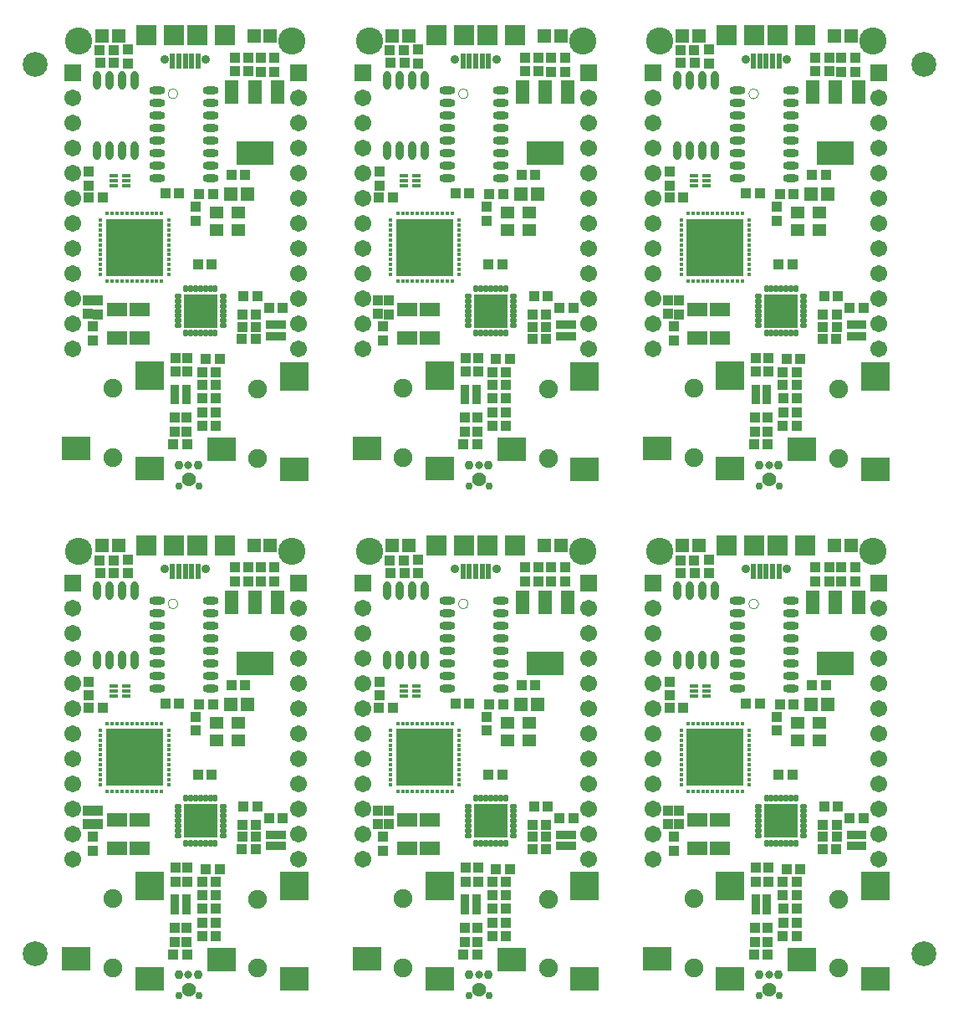
<source format=gts>
G04*
G04 #@! TF.GenerationSoftware,Altium Limited,Altium Designer,19.0.10 (269)*
G04*
G04 Layer_Color=8388736*
%FSLAX25Y25*%
%MOIN*%
G70*
G01*
G75*
%ADD52C,0.00394*%
%ADD53R,0.05524X0.04540*%
%ADD54R,0.03556X0.01981*%
%ADD55R,0.01981X0.03556*%
%ADD56R,0.03950X0.04343*%
%ADD57R,0.04343X0.03950*%
%ADD58C,0.03647*%
%ADD59C,0.03209*%
%ADD60C,0.03013*%
%ADD61R,0.13792X0.13792*%
%ADD62O,0.02769X0.02178*%
%ADD63O,0.02178X0.02769*%
%ADD64R,0.11824X0.09461*%
%ADD65R,0.11824X0.11824*%
%ADD66O,0.03162X0.07493*%
%ADD67R,0.05800X0.05800*%
%ADD68O,0.06312X0.03162*%
%ADD69R,0.14973X0.09461*%
%ADD70R,0.05600X0.09600*%
%ADD71R,0.03740X0.01496*%
%ADD72R,0.02375X0.06115*%
%ADD73R,0.07887X0.08280*%
%ADD74R,0.08280X0.08280*%
%ADD75R,0.07887X0.05721*%
G04:AMPARAMS|DCode=76|XSize=224.53mil|YSize=224.53mil|CornerRadius=0mil|HoleSize=0mil|Usage=FLASHONLY|Rotation=0.000|XOffset=0mil|YOffset=0mil|HoleType=Round|Shape=RoundedRectangle|*
%AMROUNDEDRECTD76*
21,1,0.22453,0.22453,0,0,0.0*
21,1,0.22453,0.22453,0,0,0.0*
1,1,0.00000,0.11227,-0.11227*
1,1,0.00000,-0.11227,-0.11227*
1,1,0.00000,-0.11227,0.11227*
1,1,0.00000,0.11227,0.11227*
%
%ADD76ROUNDEDRECTD76*%
%ADD77C,0.01784*%
%ADD78C,0.09937*%
%ADD79C,0.05622*%
%ADD80C,0.06706*%
%ADD81R,0.06706X0.06706*%
%ADD82C,0.07493*%
%ADD83C,0.03556*%
%ADD84C,0.10800*%
D52*
X174967Y257467D02*
G03*
X174967Y257467I-1969J0D01*
G01*
X290715D02*
G03*
X290715Y257467I-1969J0D01*
G01*
X406463D02*
G03*
X406463Y257467I-1969J0D01*
G01*
X174967Y460715D02*
G03*
X174967Y460715I-1969J0D01*
G01*
X290715D02*
G03*
X290715Y460715I-1969J0D01*
G01*
X406463D02*
G03*
X406463Y460715I-1969J0D01*
G01*
D53*
X199130Y203264D02*
D03*
X190468D02*
D03*
Y210154D02*
D03*
X199130D02*
D03*
X314878Y203264D02*
D03*
X306216D02*
D03*
Y210154D02*
D03*
X314878D02*
D03*
X430626Y203264D02*
D03*
X421964D02*
D03*
Y210154D02*
D03*
X430626D02*
D03*
X199130Y406512D02*
D03*
X190468D02*
D03*
Y413402D02*
D03*
X199130D02*
D03*
X314878Y406512D02*
D03*
X306216D02*
D03*
Y413402D02*
D03*
X314878D02*
D03*
X430626Y406512D02*
D03*
X421964D02*
D03*
Y413402D02*
D03*
X430626D02*
D03*
D54*
X178284Y140662D02*
D03*
Y138694D02*
D03*
Y136725D02*
D03*
Y134757D02*
D03*
X173756D02*
D03*
Y136725D02*
D03*
Y138694D02*
D03*
Y140662D02*
D03*
X294032D02*
D03*
Y138694D02*
D03*
Y136725D02*
D03*
Y134757D02*
D03*
X289504D02*
D03*
Y136725D02*
D03*
Y138694D02*
D03*
Y140662D02*
D03*
X409780D02*
D03*
Y138694D02*
D03*
Y136725D02*
D03*
Y134757D02*
D03*
X405252D02*
D03*
Y136725D02*
D03*
Y138694D02*
D03*
Y140662D02*
D03*
X178284Y343910D02*
D03*
Y341942D02*
D03*
Y339973D02*
D03*
Y338005D02*
D03*
X173756D02*
D03*
Y339973D02*
D03*
Y341942D02*
D03*
Y343910D02*
D03*
X294032D02*
D03*
Y341942D02*
D03*
Y339973D02*
D03*
Y338005D02*
D03*
X289504D02*
D03*
Y339973D02*
D03*
Y341942D02*
D03*
Y343910D02*
D03*
X409780D02*
D03*
Y341942D02*
D03*
Y339973D02*
D03*
Y338005D02*
D03*
X405252D02*
D03*
Y339973D02*
D03*
Y341942D02*
D03*
Y343910D02*
D03*
D55*
X211116Y160998D02*
D03*
X213084D02*
D03*
X215053D02*
D03*
X217021D02*
D03*
Y165525D02*
D03*
X215053D02*
D03*
X213084D02*
D03*
X211116D02*
D03*
X326864Y160998D02*
D03*
X328832D02*
D03*
X330801D02*
D03*
X332769D02*
D03*
Y165525D02*
D03*
X330801D02*
D03*
X328832D02*
D03*
X326864D02*
D03*
X442612Y160998D02*
D03*
X444580D02*
D03*
X446549D02*
D03*
X448517D02*
D03*
Y165525D02*
D03*
X446549D02*
D03*
X444580D02*
D03*
X442612D02*
D03*
X211116Y364246D02*
D03*
X213084D02*
D03*
X215053D02*
D03*
X217021D02*
D03*
Y368773D02*
D03*
X215053D02*
D03*
X213084D02*
D03*
X211116D02*
D03*
X326864Y364246D02*
D03*
X328832D02*
D03*
X330801D02*
D03*
X332769D02*
D03*
Y368773D02*
D03*
X330801D02*
D03*
X328832D02*
D03*
X326864D02*
D03*
X442612Y364246D02*
D03*
X444580D02*
D03*
X446549D02*
D03*
X448517D02*
D03*
Y368773D02*
D03*
X446549D02*
D03*
X444580D02*
D03*
X442612D02*
D03*
D56*
X149459Y269725D02*
D03*
X143947D02*
D03*
X175408Y217925D02*
D03*
X169896D02*
D03*
X201759Y225225D02*
D03*
X196247D02*
D03*
X149258Y274825D02*
D03*
X143747D02*
D03*
X213509Y272025D02*
D03*
X207997D02*
D03*
X183416Y217425D02*
D03*
X188928D02*
D03*
X182953Y189425D02*
D03*
X188465D02*
D03*
X206659Y176931D02*
D03*
X201147D02*
D03*
X184556Y125225D02*
D03*
X190068D02*
D03*
X173047Y117925D02*
D03*
X178559D02*
D03*
X211297Y172225D02*
D03*
X216809D02*
D03*
X200597Y169525D02*
D03*
X206109D02*
D03*
X206009Y159725D02*
D03*
X200497D02*
D03*
X206109Y164625D02*
D03*
X200597D02*
D03*
X191609Y151825D02*
D03*
X186097D02*
D03*
X184556Y141525D02*
D03*
X190068D02*
D03*
X184556Y146625D02*
D03*
X190068D02*
D03*
X197597Y272025D02*
D03*
X203109D02*
D03*
X144909Y216125D02*
D03*
X139397D02*
D03*
X207997Y266325D02*
D03*
X213509D02*
D03*
X197597Y266425D02*
D03*
X203109D02*
D03*
X265207Y269725D02*
D03*
X259695D02*
D03*
X291156Y217925D02*
D03*
X285644D02*
D03*
X317507Y225225D02*
D03*
X311995D02*
D03*
X265007Y274825D02*
D03*
X259495D02*
D03*
X329257Y272025D02*
D03*
X323745D02*
D03*
X299164Y217425D02*
D03*
X304676D02*
D03*
X298701Y189425D02*
D03*
X304213D02*
D03*
X322407Y176931D02*
D03*
X316895D02*
D03*
X300304Y125225D02*
D03*
X305816D02*
D03*
X288795Y117925D02*
D03*
X294307D02*
D03*
X327045Y172225D02*
D03*
X332557D02*
D03*
X316345Y169525D02*
D03*
X321857D02*
D03*
X321757Y159725D02*
D03*
X316245D02*
D03*
X321857Y164625D02*
D03*
X316345D02*
D03*
X307357Y151825D02*
D03*
X301845D02*
D03*
X300304Y141525D02*
D03*
X305816D02*
D03*
X300304Y146625D02*
D03*
X305816D02*
D03*
X313345Y272025D02*
D03*
X318857D02*
D03*
X260657Y216125D02*
D03*
X255145D02*
D03*
X323745Y266325D02*
D03*
X329257D02*
D03*
X313345Y266425D02*
D03*
X318857D02*
D03*
X380955Y269725D02*
D03*
X375443D02*
D03*
X406904Y217925D02*
D03*
X401392D02*
D03*
X433255Y225225D02*
D03*
X427743D02*
D03*
X380755Y274825D02*
D03*
X375243D02*
D03*
X445005Y272025D02*
D03*
X439493D02*
D03*
X414913Y217425D02*
D03*
X420424D02*
D03*
X414449Y189425D02*
D03*
X419961D02*
D03*
X438155Y176931D02*
D03*
X432643D02*
D03*
X416052Y125225D02*
D03*
X421564D02*
D03*
X404543Y117925D02*
D03*
X410055D02*
D03*
X442793Y172225D02*
D03*
X448305D02*
D03*
X432093Y169525D02*
D03*
X437605D02*
D03*
X437505Y159725D02*
D03*
X431993D02*
D03*
X437605Y164625D02*
D03*
X432093D02*
D03*
X423105Y151825D02*
D03*
X417593D02*
D03*
X416052Y141525D02*
D03*
X421564D02*
D03*
X416052Y146625D02*
D03*
X421564D02*
D03*
X429093Y272025D02*
D03*
X434605D02*
D03*
X376405Y216125D02*
D03*
X370893D02*
D03*
X439493Y266325D02*
D03*
X445005D02*
D03*
X429093Y266425D02*
D03*
X434605D02*
D03*
X149459Y472973D02*
D03*
X143947D02*
D03*
X175408Y421173D02*
D03*
X169896D02*
D03*
X201759Y428473D02*
D03*
X196247D02*
D03*
X149258Y478073D02*
D03*
X143747D02*
D03*
X213509Y475273D02*
D03*
X207997D02*
D03*
X183416Y420673D02*
D03*
X188928D02*
D03*
X182953Y392673D02*
D03*
X188465D02*
D03*
X206659Y380179D02*
D03*
X201147D02*
D03*
X184556Y328473D02*
D03*
X190068D02*
D03*
X173047Y321173D02*
D03*
X178559D02*
D03*
X211297Y375473D02*
D03*
X216809D02*
D03*
X200597Y372773D02*
D03*
X206109D02*
D03*
X206009Y362973D02*
D03*
X200497D02*
D03*
X206109Y367873D02*
D03*
X200597D02*
D03*
X191609Y355073D02*
D03*
X186097D02*
D03*
X184556Y344773D02*
D03*
X190068D02*
D03*
X184556Y349873D02*
D03*
X190068D02*
D03*
X197597Y475273D02*
D03*
X203109D02*
D03*
X144909Y419373D02*
D03*
X139397D02*
D03*
X207997Y469573D02*
D03*
X213509D02*
D03*
X197597Y469673D02*
D03*
X203109D02*
D03*
X265207Y472973D02*
D03*
X259695D02*
D03*
X291156Y421173D02*
D03*
X285644D02*
D03*
X317507Y428473D02*
D03*
X311995D02*
D03*
X265007Y478073D02*
D03*
X259495D02*
D03*
X329257Y475273D02*
D03*
X323745D02*
D03*
X299164Y420673D02*
D03*
X304676D02*
D03*
X298701Y392673D02*
D03*
X304213D02*
D03*
X322407Y380179D02*
D03*
X316895D02*
D03*
X300304Y328473D02*
D03*
X305816D02*
D03*
X288795Y321173D02*
D03*
X294307D02*
D03*
X327045Y375473D02*
D03*
X332557D02*
D03*
X316345Y372773D02*
D03*
X321857D02*
D03*
X321757Y362973D02*
D03*
X316245D02*
D03*
X321857Y367873D02*
D03*
X316345D02*
D03*
X307357Y355073D02*
D03*
X301845D02*
D03*
X300304Y344773D02*
D03*
X305816D02*
D03*
X300304Y349873D02*
D03*
X305816D02*
D03*
X313345Y475273D02*
D03*
X318857D02*
D03*
X260657Y419373D02*
D03*
X255145D02*
D03*
X323745Y469573D02*
D03*
X329257D02*
D03*
X313345Y469673D02*
D03*
X318857D02*
D03*
X380955Y472973D02*
D03*
X375443D02*
D03*
X406904Y421173D02*
D03*
X401392D02*
D03*
X433255Y428473D02*
D03*
X427743D02*
D03*
X380755Y478073D02*
D03*
X375243D02*
D03*
X445005Y475273D02*
D03*
X439493D02*
D03*
X414913Y420673D02*
D03*
X420424D02*
D03*
X414449Y392673D02*
D03*
X419961D02*
D03*
X438155Y380179D02*
D03*
X432643D02*
D03*
X416052Y328473D02*
D03*
X421564D02*
D03*
X404543Y321173D02*
D03*
X410055D02*
D03*
X442793Y375473D02*
D03*
X448305D02*
D03*
X432093Y372773D02*
D03*
X437605D02*
D03*
X437505Y362973D02*
D03*
X431993D02*
D03*
X437605Y367873D02*
D03*
X432093D02*
D03*
X423105Y355073D02*
D03*
X417593D02*
D03*
X416052Y344773D02*
D03*
X421564D02*
D03*
X416052Y349873D02*
D03*
X421564D02*
D03*
X429093Y475273D02*
D03*
X434605D02*
D03*
X376405Y419373D02*
D03*
X370893D02*
D03*
X439493Y469573D02*
D03*
X445005D02*
D03*
X429093Y469673D02*
D03*
X434605D02*
D03*
D57*
X155053Y269619D02*
D03*
Y275131D02*
D03*
X138992Y169719D02*
D03*
Y175231D02*
D03*
X182153Y207013D02*
D03*
Y212525D02*
D03*
X184753Y136031D02*
D03*
Y130519D02*
D03*
X190053D02*
D03*
Y136031D02*
D03*
X173553Y122913D02*
D03*
Y128425D02*
D03*
X178453D02*
D03*
Y122913D02*
D03*
X173953Y152281D02*
D03*
Y146769D02*
D03*
X178853Y152281D02*
D03*
Y146769D02*
D03*
X139453Y226481D02*
D03*
Y220969D02*
D03*
X141104Y159269D02*
D03*
Y164781D02*
D03*
X143153Y169669D02*
D03*
Y175181D02*
D03*
X270801Y269619D02*
D03*
Y275131D02*
D03*
X254740Y169719D02*
D03*
Y175231D02*
D03*
X297901Y207013D02*
D03*
Y212525D02*
D03*
X300501Y136031D02*
D03*
Y130519D02*
D03*
X305801D02*
D03*
Y136031D02*
D03*
X289301Y122913D02*
D03*
Y128425D02*
D03*
X294201D02*
D03*
Y122913D02*
D03*
X289701Y152281D02*
D03*
Y146769D02*
D03*
X294601Y152281D02*
D03*
Y146769D02*
D03*
X255201Y226481D02*
D03*
Y220969D02*
D03*
X256852Y159269D02*
D03*
Y164781D02*
D03*
X258901Y169669D02*
D03*
Y175181D02*
D03*
X386549Y269619D02*
D03*
Y275131D02*
D03*
X370488Y169719D02*
D03*
Y175231D02*
D03*
X413649Y207013D02*
D03*
Y212525D02*
D03*
X416249Y136031D02*
D03*
Y130519D02*
D03*
X421549D02*
D03*
Y136031D02*
D03*
X405049Y122913D02*
D03*
Y128425D02*
D03*
X409949D02*
D03*
Y122913D02*
D03*
X405449Y152281D02*
D03*
Y146769D02*
D03*
X410349Y152281D02*
D03*
Y146769D02*
D03*
X370949Y226481D02*
D03*
Y220969D02*
D03*
X372600Y159269D02*
D03*
Y164781D02*
D03*
X374649Y169669D02*
D03*
Y175181D02*
D03*
X155053Y472867D02*
D03*
Y478379D02*
D03*
X138992Y372967D02*
D03*
Y378479D02*
D03*
X182153Y410261D02*
D03*
Y415773D02*
D03*
X184753Y339279D02*
D03*
Y333768D02*
D03*
X190053D02*
D03*
Y339279D02*
D03*
X173553Y326161D02*
D03*
Y331673D02*
D03*
X178453D02*
D03*
Y326161D02*
D03*
X173953Y355529D02*
D03*
Y350017D02*
D03*
X178853Y355529D02*
D03*
Y350017D02*
D03*
X139453Y429729D02*
D03*
Y424217D02*
D03*
X141104Y362517D02*
D03*
Y368029D02*
D03*
X143153Y372917D02*
D03*
Y378429D02*
D03*
X270801Y472867D02*
D03*
Y478379D02*
D03*
X254740Y372967D02*
D03*
Y378479D02*
D03*
X297901Y410261D02*
D03*
Y415773D02*
D03*
X300501Y339279D02*
D03*
Y333768D02*
D03*
X305801D02*
D03*
Y339279D02*
D03*
X289301Y326161D02*
D03*
Y331673D02*
D03*
X294201D02*
D03*
Y326161D02*
D03*
X289701Y355529D02*
D03*
Y350017D02*
D03*
X294601Y355529D02*
D03*
Y350017D02*
D03*
X255201Y429729D02*
D03*
Y424217D02*
D03*
X256852Y362517D02*
D03*
Y368029D02*
D03*
X258901Y372917D02*
D03*
Y378429D02*
D03*
X386549Y472867D02*
D03*
Y478379D02*
D03*
X370488Y372967D02*
D03*
Y378479D02*
D03*
X413649Y410261D02*
D03*
Y415773D02*
D03*
X416249Y339279D02*
D03*
Y333768D02*
D03*
X421549D02*
D03*
Y339279D02*
D03*
X405049Y326161D02*
D03*
Y331673D02*
D03*
X409949D02*
D03*
Y326161D02*
D03*
X405449Y355529D02*
D03*
Y350017D02*
D03*
X410349Y355529D02*
D03*
Y350017D02*
D03*
X370949Y429729D02*
D03*
Y424217D02*
D03*
X372600Y362517D02*
D03*
Y368029D02*
D03*
X374649Y372917D02*
D03*
Y378429D02*
D03*
D58*
X182963Y109609D02*
D03*
X175357D02*
D03*
X298711D02*
D03*
X291105D02*
D03*
X414459D02*
D03*
X406853D02*
D03*
X182963Y312857D02*
D03*
X175357D02*
D03*
X298711D02*
D03*
X291105D02*
D03*
X414459D02*
D03*
X406853D02*
D03*
D59*
X179160Y109609D02*
D03*
X294908D02*
D03*
X410656D02*
D03*
X179160Y312857D02*
D03*
X294908D02*
D03*
X410656D02*
D03*
D60*
X175357Y101329D02*
D03*
X183353D02*
D03*
X291105D02*
D03*
X299101D02*
D03*
X406853D02*
D03*
X414849D02*
D03*
X175357Y304577D02*
D03*
X183353D02*
D03*
X291105D02*
D03*
X299101D02*
D03*
X406853D02*
D03*
X414849D02*
D03*
D61*
X183953Y171025D02*
D03*
X299701D02*
D03*
X415449D02*
D03*
X183953Y374273D02*
D03*
X299701D02*
D03*
X415449D02*
D03*
D62*
X192910Y176931D02*
D03*
Y174962D02*
D03*
Y172994D02*
D03*
Y171025D02*
D03*
Y169057D02*
D03*
Y167088D02*
D03*
Y165120D02*
D03*
X174996D02*
D03*
Y167088D02*
D03*
Y169057D02*
D03*
Y171025D02*
D03*
Y172994D02*
D03*
Y174962D02*
D03*
Y176931D02*
D03*
X308658D02*
D03*
Y174962D02*
D03*
Y172994D02*
D03*
Y171025D02*
D03*
Y169057D02*
D03*
Y167088D02*
D03*
Y165120D02*
D03*
X290744D02*
D03*
Y167088D02*
D03*
Y169057D02*
D03*
Y171025D02*
D03*
Y172994D02*
D03*
Y174962D02*
D03*
Y176931D02*
D03*
X424406D02*
D03*
Y174962D02*
D03*
Y172994D02*
D03*
Y171025D02*
D03*
Y169057D02*
D03*
Y167088D02*
D03*
Y165120D02*
D03*
X406492D02*
D03*
Y167088D02*
D03*
Y169057D02*
D03*
Y171025D02*
D03*
Y172994D02*
D03*
Y174962D02*
D03*
Y176931D02*
D03*
X192910Y380179D02*
D03*
Y378210D02*
D03*
Y376242D02*
D03*
Y374273D02*
D03*
Y372305D02*
D03*
Y370336D02*
D03*
Y368368D02*
D03*
X174996D02*
D03*
Y370336D02*
D03*
Y372305D02*
D03*
Y374273D02*
D03*
Y376242D02*
D03*
Y378210D02*
D03*
Y380179D02*
D03*
X308658D02*
D03*
Y378210D02*
D03*
Y376242D02*
D03*
Y374273D02*
D03*
Y372305D02*
D03*
Y370336D02*
D03*
Y368368D02*
D03*
X290744D02*
D03*
Y370336D02*
D03*
Y372305D02*
D03*
Y374273D02*
D03*
Y376242D02*
D03*
Y378210D02*
D03*
Y380179D02*
D03*
X424406D02*
D03*
Y378210D02*
D03*
Y376242D02*
D03*
Y374273D02*
D03*
Y372305D02*
D03*
Y370336D02*
D03*
Y368368D02*
D03*
X406492D02*
D03*
Y370336D02*
D03*
Y372305D02*
D03*
Y374273D02*
D03*
Y376242D02*
D03*
Y378210D02*
D03*
Y380179D02*
D03*
D63*
X189858Y162068D02*
D03*
X187890D02*
D03*
X185921D02*
D03*
X183953D02*
D03*
X181984D02*
D03*
X180016D02*
D03*
X178047D02*
D03*
Y179982D02*
D03*
X180016D02*
D03*
X181984D02*
D03*
X183953D02*
D03*
X185921D02*
D03*
X187890D02*
D03*
X189858D02*
D03*
X305606Y162068D02*
D03*
X303638D02*
D03*
X301669D02*
D03*
X299701D02*
D03*
X297732D02*
D03*
X295764D02*
D03*
X293795D02*
D03*
Y179982D02*
D03*
X295764D02*
D03*
X297732D02*
D03*
X299701D02*
D03*
X301669D02*
D03*
X303638D02*
D03*
X305606D02*
D03*
X421354Y162068D02*
D03*
X419386D02*
D03*
X417417D02*
D03*
X415449D02*
D03*
X413480D02*
D03*
X411512D02*
D03*
X409543D02*
D03*
Y179982D02*
D03*
X411512D02*
D03*
X413480D02*
D03*
X415449D02*
D03*
X417417D02*
D03*
X419386D02*
D03*
X421354D02*
D03*
X189858Y365317D02*
D03*
X187890D02*
D03*
X185921D02*
D03*
X183953D02*
D03*
X181984D02*
D03*
X180016D02*
D03*
X178047D02*
D03*
Y383230D02*
D03*
X180016D02*
D03*
X181984D02*
D03*
X183953D02*
D03*
X185921D02*
D03*
X187890D02*
D03*
X189858D02*
D03*
X305606Y365317D02*
D03*
X303638D02*
D03*
X301669D02*
D03*
X299701D02*
D03*
X297732D02*
D03*
X295764D02*
D03*
X293795D02*
D03*
Y383230D02*
D03*
X295764D02*
D03*
X297732D02*
D03*
X299701D02*
D03*
X301669D02*
D03*
X303638D02*
D03*
X305606D02*
D03*
X421354Y365317D02*
D03*
X419386D02*
D03*
X417417D02*
D03*
X415449D02*
D03*
X413480D02*
D03*
X411512D02*
D03*
X409543D02*
D03*
Y383230D02*
D03*
X411512D02*
D03*
X413480D02*
D03*
X415449D02*
D03*
X417417D02*
D03*
X419386D02*
D03*
X421354D02*
D03*
D64*
X134486Y116068D02*
D03*
X163620Y108194D02*
D03*
X192286Y115868D02*
D03*
X221420Y107994D02*
D03*
X250234Y116068D02*
D03*
X279368Y108194D02*
D03*
X308034Y115868D02*
D03*
X337168Y107994D02*
D03*
X365982Y116068D02*
D03*
X395116Y108194D02*
D03*
X423782Y115868D02*
D03*
X452916Y107994D02*
D03*
X134486Y319317D02*
D03*
X163620Y311442D02*
D03*
X192286Y319116D02*
D03*
X221420Y311243D02*
D03*
X250234Y319317D02*
D03*
X279368Y311442D02*
D03*
X308034Y319116D02*
D03*
X337168Y311243D02*
D03*
X365982Y319317D02*
D03*
X395116Y311442D02*
D03*
X423782Y319116D02*
D03*
X452916Y311243D02*
D03*
D65*
X163620Y145202D02*
D03*
X221420Y145002D02*
D03*
X279368Y145202D02*
D03*
X337168Y145002D02*
D03*
X395116Y145202D02*
D03*
X452916Y145002D02*
D03*
X163620Y348450D02*
D03*
X221420Y348250D02*
D03*
X279368Y348450D02*
D03*
X337168Y348250D02*
D03*
X395116Y348450D02*
D03*
X452916Y348250D02*
D03*
D66*
X142553Y234949D02*
D03*
X147553D02*
D03*
X152553D02*
D03*
X157553D02*
D03*
X142553Y262902D02*
D03*
X147553D02*
D03*
X152553D02*
D03*
X157553D02*
D03*
X258301Y234949D02*
D03*
X263301D02*
D03*
X268301D02*
D03*
X273301D02*
D03*
X258301Y262902D02*
D03*
X263301D02*
D03*
X268301D02*
D03*
X273301D02*
D03*
X374049Y234949D02*
D03*
X379049D02*
D03*
X384049D02*
D03*
X389049D02*
D03*
X374049Y262902D02*
D03*
X379049D02*
D03*
X384049D02*
D03*
X389049D02*
D03*
X142553Y438197D02*
D03*
X147553D02*
D03*
X152553D02*
D03*
X157553D02*
D03*
X142553Y466150D02*
D03*
X147553D02*
D03*
X152553D02*
D03*
X157553D02*
D03*
X258301Y438197D02*
D03*
X263301D02*
D03*
X268301D02*
D03*
X273301D02*
D03*
X258301Y466150D02*
D03*
X263301D02*
D03*
X268301D02*
D03*
X273301D02*
D03*
X374049Y438197D02*
D03*
X379049D02*
D03*
X384049D02*
D03*
X389049D02*
D03*
X374049Y466150D02*
D03*
X379049D02*
D03*
X384049D02*
D03*
X389049D02*
D03*
D67*
X144653Y280625D02*
D03*
X151253D02*
D03*
X205253D02*
D03*
X211853D02*
D03*
X195953Y217425D02*
D03*
X202553D02*
D03*
X260401Y280625D02*
D03*
X267001D02*
D03*
X321001D02*
D03*
X327601D02*
D03*
X311701Y217425D02*
D03*
X318301D02*
D03*
X376149Y280625D02*
D03*
X382749D02*
D03*
X436749D02*
D03*
X443349D02*
D03*
X427449Y217425D02*
D03*
X434049D02*
D03*
X144653Y483873D02*
D03*
X151253D02*
D03*
X205253D02*
D03*
X211853D02*
D03*
X195953Y420673D02*
D03*
X202553D02*
D03*
X260401Y483873D02*
D03*
X267001D02*
D03*
X321001D02*
D03*
X327601D02*
D03*
X311701Y420673D02*
D03*
X318301D02*
D03*
X376149Y483873D02*
D03*
X382749D02*
D03*
X436749D02*
D03*
X443349D02*
D03*
X427449Y420673D02*
D03*
X434049D02*
D03*
D68*
X187959Y243825D02*
D03*
Y238825D02*
D03*
X166699Y258825D02*
D03*
Y253825D02*
D03*
Y248825D02*
D03*
Y243825D02*
D03*
Y238825D02*
D03*
Y233825D02*
D03*
Y228825D02*
D03*
Y223825D02*
D03*
X187959Y258825D02*
D03*
Y253825D02*
D03*
Y248825D02*
D03*
Y233825D02*
D03*
Y228825D02*
D03*
Y223825D02*
D03*
X303707Y243825D02*
D03*
Y238825D02*
D03*
X282448Y258825D02*
D03*
Y253825D02*
D03*
Y248825D02*
D03*
Y243825D02*
D03*
Y238825D02*
D03*
Y233825D02*
D03*
Y228825D02*
D03*
Y223825D02*
D03*
X303707Y258825D02*
D03*
Y253825D02*
D03*
Y248825D02*
D03*
Y233825D02*
D03*
Y228825D02*
D03*
Y223825D02*
D03*
X419455Y243825D02*
D03*
Y238825D02*
D03*
X398196Y258825D02*
D03*
Y253825D02*
D03*
Y248825D02*
D03*
Y243825D02*
D03*
Y238825D02*
D03*
Y233825D02*
D03*
Y228825D02*
D03*
Y223825D02*
D03*
X419455Y258825D02*
D03*
Y253825D02*
D03*
Y248825D02*
D03*
Y233825D02*
D03*
Y228825D02*
D03*
Y223825D02*
D03*
X187959Y447073D02*
D03*
Y442073D02*
D03*
X166699Y462073D02*
D03*
Y457073D02*
D03*
Y452073D02*
D03*
Y447073D02*
D03*
Y442073D02*
D03*
Y437073D02*
D03*
Y432073D02*
D03*
Y427073D02*
D03*
X187959Y462073D02*
D03*
Y457073D02*
D03*
Y452073D02*
D03*
Y437073D02*
D03*
Y432073D02*
D03*
Y427073D02*
D03*
X303707Y447073D02*
D03*
Y442073D02*
D03*
X282448Y462073D02*
D03*
Y457073D02*
D03*
Y452073D02*
D03*
Y447073D02*
D03*
Y442073D02*
D03*
Y437073D02*
D03*
Y432073D02*
D03*
Y427073D02*
D03*
X303707Y462073D02*
D03*
Y457073D02*
D03*
Y452073D02*
D03*
Y437073D02*
D03*
Y432073D02*
D03*
Y427073D02*
D03*
X419455Y447073D02*
D03*
Y442073D02*
D03*
X398196Y462073D02*
D03*
Y457073D02*
D03*
Y452073D02*
D03*
Y447073D02*
D03*
Y442073D02*
D03*
Y437073D02*
D03*
Y432073D02*
D03*
Y427073D02*
D03*
X419455Y462073D02*
D03*
Y457073D02*
D03*
Y452073D02*
D03*
Y437073D02*
D03*
Y432073D02*
D03*
Y427073D02*
D03*
D69*
X205609Y233724D02*
D03*
X321357D02*
D03*
X437105D02*
D03*
X205609Y436973D02*
D03*
X321357D02*
D03*
X437105D02*
D03*
D70*
X196509Y258125D02*
D03*
X205609D02*
D03*
X214709D02*
D03*
X312257D02*
D03*
X321357D02*
D03*
X330457D02*
D03*
X428005D02*
D03*
X437105D02*
D03*
X446205D02*
D03*
X196509Y461373D02*
D03*
X205609D02*
D03*
X214709D02*
D03*
X312257D02*
D03*
X321357D02*
D03*
X330457D02*
D03*
X428005D02*
D03*
X437105D02*
D03*
X446205D02*
D03*
D71*
X154307Y220857D02*
D03*
Y222825D02*
D03*
Y224794D02*
D03*
X149307D02*
D03*
Y222825D02*
D03*
Y220857D02*
D03*
X270055D02*
D03*
Y222825D02*
D03*
Y224794D02*
D03*
X265055D02*
D03*
Y222825D02*
D03*
Y220857D02*
D03*
X385803D02*
D03*
Y222825D02*
D03*
Y224794D02*
D03*
X380803D02*
D03*
Y222825D02*
D03*
Y220857D02*
D03*
X154307Y424105D02*
D03*
Y426073D02*
D03*
Y428042D02*
D03*
X149307D02*
D03*
Y426073D02*
D03*
Y424105D02*
D03*
X270055D02*
D03*
Y426073D02*
D03*
Y428042D02*
D03*
X265055D02*
D03*
Y426073D02*
D03*
Y424105D02*
D03*
X385803D02*
D03*
Y426073D02*
D03*
Y428042D02*
D03*
X380803D02*
D03*
Y426073D02*
D03*
Y424105D02*
D03*
D72*
X175394Y270394D02*
D03*
X177953D02*
D03*
X180512D02*
D03*
X172835D02*
D03*
X183071D02*
D03*
X291142D02*
D03*
X293701D02*
D03*
X296260D02*
D03*
X288583D02*
D03*
X298819D02*
D03*
X406890D02*
D03*
X409449D02*
D03*
X412008D02*
D03*
X404331D02*
D03*
X414567D02*
D03*
X175394Y473642D02*
D03*
X177953D02*
D03*
X180512D02*
D03*
X172835D02*
D03*
X183071D02*
D03*
X291142D02*
D03*
X293701D02*
D03*
X296260D02*
D03*
X288583D02*
D03*
X298819D02*
D03*
X406890D02*
D03*
X409449D02*
D03*
X412008D02*
D03*
X404331D02*
D03*
X414567D02*
D03*
D73*
X162205Y280925D02*
D03*
X193701D02*
D03*
X277953D02*
D03*
X309449D02*
D03*
X393701D02*
D03*
X425197D02*
D03*
X162205Y484173D02*
D03*
X193701D02*
D03*
X277953D02*
D03*
X309449D02*
D03*
X393701D02*
D03*
X425197D02*
D03*
D74*
X173228Y280925D02*
D03*
X182677D02*
D03*
X288977D02*
D03*
X298425D02*
D03*
X404725D02*
D03*
X414173D02*
D03*
X173228Y484173D02*
D03*
X182677D02*
D03*
X288977D02*
D03*
X298425D02*
D03*
X404725D02*
D03*
X414173D02*
D03*
D75*
X159653Y171435D02*
D03*
Y160215D02*
D03*
X150607Y171435D02*
D03*
Y160215D02*
D03*
X275401Y171435D02*
D03*
Y160215D02*
D03*
X266355Y171435D02*
D03*
Y160215D02*
D03*
X391149Y171435D02*
D03*
Y160215D02*
D03*
X382103Y171435D02*
D03*
Y160215D02*
D03*
X159653Y374683D02*
D03*
Y363463D02*
D03*
X150607Y374683D02*
D03*
Y363463D02*
D03*
X275401Y374683D02*
D03*
Y363463D02*
D03*
X266355Y374683D02*
D03*
Y363463D02*
D03*
X391149Y374683D02*
D03*
Y363463D02*
D03*
X382103Y374683D02*
D03*
Y363463D02*
D03*
D76*
X157653Y196325D02*
D03*
X273401D02*
D03*
X389149D02*
D03*
X157653Y399573D02*
D03*
X273401D02*
D03*
X389149D02*
D03*
D77*
X171236Y207152D02*
D03*
Y205184D02*
D03*
Y203215D02*
D03*
Y201247D02*
D03*
Y199278D02*
D03*
Y197309D02*
D03*
Y195341D02*
D03*
Y193372D02*
D03*
Y191404D02*
D03*
Y189435D02*
D03*
Y187467D02*
D03*
Y185498D02*
D03*
X168480Y182743D02*
D03*
X166511D02*
D03*
X164543D02*
D03*
X162574D02*
D03*
X160606D02*
D03*
X158637D02*
D03*
X156669D02*
D03*
X154700D02*
D03*
X152732D02*
D03*
X150763D02*
D03*
X148794D02*
D03*
X146826D02*
D03*
X144070Y185498D02*
D03*
Y187467D02*
D03*
Y189435D02*
D03*
Y191404D02*
D03*
Y193372D02*
D03*
Y195341D02*
D03*
Y197309D02*
D03*
Y199278D02*
D03*
Y201247D02*
D03*
Y203215D02*
D03*
Y205184D02*
D03*
Y207152D02*
D03*
X146826Y209908D02*
D03*
X148794D02*
D03*
X150763D02*
D03*
X152732D02*
D03*
X154700D02*
D03*
X156669D02*
D03*
X158637D02*
D03*
X160606D02*
D03*
X162574D02*
D03*
X164543D02*
D03*
X166511D02*
D03*
X168480D02*
D03*
X286983Y207152D02*
D03*
Y205184D02*
D03*
Y203215D02*
D03*
Y201247D02*
D03*
Y199278D02*
D03*
Y197309D02*
D03*
Y195341D02*
D03*
Y193372D02*
D03*
Y191404D02*
D03*
Y189435D02*
D03*
Y187467D02*
D03*
Y185498D02*
D03*
X284228Y182743D02*
D03*
X282259D02*
D03*
X280291D02*
D03*
X278322D02*
D03*
X276354D02*
D03*
X274385D02*
D03*
X272417D02*
D03*
X270448D02*
D03*
X268480D02*
D03*
X266511D02*
D03*
X264543D02*
D03*
X262574D02*
D03*
X259818Y185498D02*
D03*
Y187467D02*
D03*
Y189435D02*
D03*
Y191404D02*
D03*
Y193372D02*
D03*
Y195341D02*
D03*
Y197309D02*
D03*
Y199278D02*
D03*
Y201247D02*
D03*
Y203215D02*
D03*
Y205184D02*
D03*
Y207152D02*
D03*
X262574Y209908D02*
D03*
X264543D02*
D03*
X266511D02*
D03*
X268480D02*
D03*
X270448D02*
D03*
X272417D02*
D03*
X274385D02*
D03*
X276354D02*
D03*
X278322D02*
D03*
X280291D02*
D03*
X282259D02*
D03*
X284228D02*
D03*
X402732Y207152D02*
D03*
Y205184D02*
D03*
Y203215D02*
D03*
Y201247D02*
D03*
Y199278D02*
D03*
Y197309D02*
D03*
Y195341D02*
D03*
Y193372D02*
D03*
Y191404D02*
D03*
Y189435D02*
D03*
Y187467D02*
D03*
Y185498D02*
D03*
X399976Y182743D02*
D03*
X398007D02*
D03*
X396039D02*
D03*
X394070D02*
D03*
X392102D02*
D03*
X390133D02*
D03*
X388165D02*
D03*
X386196D02*
D03*
X384228D02*
D03*
X382259D02*
D03*
X380291D02*
D03*
X378322D02*
D03*
X375566Y185498D02*
D03*
Y187467D02*
D03*
Y189435D02*
D03*
Y191404D02*
D03*
Y193372D02*
D03*
Y195341D02*
D03*
Y197309D02*
D03*
Y199278D02*
D03*
Y201247D02*
D03*
Y203215D02*
D03*
Y205184D02*
D03*
Y207152D02*
D03*
X378322Y209908D02*
D03*
X380291D02*
D03*
X382259D02*
D03*
X384228D02*
D03*
X386196D02*
D03*
X388165D02*
D03*
X390133D02*
D03*
X392102D02*
D03*
X394070D02*
D03*
X396039D02*
D03*
X398007D02*
D03*
X399976D02*
D03*
X171236Y410400D02*
D03*
Y408431D02*
D03*
Y406463D02*
D03*
Y404494D02*
D03*
Y402526D02*
D03*
Y400558D02*
D03*
Y398589D02*
D03*
Y396620D02*
D03*
Y394652D02*
D03*
Y392684D02*
D03*
Y390715D02*
D03*
Y388747D02*
D03*
X168480Y385991D02*
D03*
X166511D02*
D03*
X164543D02*
D03*
X162574D02*
D03*
X160606D02*
D03*
X158637D02*
D03*
X156669D02*
D03*
X154700D02*
D03*
X152732D02*
D03*
X150763D02*
D03*
X148794D02*
D03*
X146826D02*
D03*
X144070Y388747D02*
D03*
Y390715D02*
D03*
Y392684D02*
D03*
Y394652D02*
D03*
Y396620D02*
D03*
Y398589D02*
D03*
Y400558D02*
D03*
Y402526D02*
D03*
Y404494D02*
D03*
Y406463D02*
D03*
Y408431D02*
D03*
Y410400D02*
D03*
X146826Y413156D02*
D03*
X148794D02*
D03*
X150763D02*
D03*
X152732D02*
D03*
X154700D02*
D03*
X156669D02*
D03*
X158637D02*
D03*
X160606D02*
D03*
X162574D02*
D03*
X164543D02*
D03*
X166511D02*
D03*
X168480D02*
D03*
X286983Y410400D02*
D03*
Y408431D02*
D03*
Y406463D02*
D03*
Y404494D02*
D03*
Y402526D02*
D03*
Y400558D02*
D03*
Y398589D02*
D03*
Y396620D02*
D03*
Y394652D02*
D03*
Y392684D02*
D03*
Y390715D02*
D03*
Y388747D02*
D03*
X284228Y385991D02*
D03*
X282259D02*
D03*
X280291D02*
D03*
X278322D02*
D03*
X276354D02*
D03*
X274385D02*
D03*
X272417D02*
D03*
X270448D02*
D03*
X268480D02*
D03*
X266511D02*
D03*
X264543D02*
D03*
X262574D02*
D03*
X259818Y388747D02*
D03*
Y390715D02*
D03*
Y392684D02*
D03*
Y394652D02*
D03*
Y396620D02*
D03*
Y398589D02*
D03*
Y400558D02*
D03*
Y402526D02*
D03*
Y404494D02*
D03*
Y406463D02*
D03*
Y408431D02*
D03*
Y410400D02*
D03*
X262574Y413156D02*
D03*
X264543D02*
D03*
X266511D02*
D03*
X268480D02*
D03*
X270448D02*
D03*
X272417D02*
D03*
X274385D02*
D03*
X276354D02*
D03*
X278322D02*
D03*
X280291D02*
D03*
X282259D02*
D03*
X284228D02*
D03*
X402732Y410400D02*
D03*
Y408431D02*
D03*
Y406463D02*
D03*
Y404494D02*
D03*
Y402526D02*
D03*
Y400558D02*
D03*
Y398589D02*
D03*
Y396620D02*
D03*
Y394652D02*
D03*
Y392684D02*
D03*
Y390715D02*
D03*
Y388747D02*
D03*
X399976Y385991D02*
D03*
X398007D02*
D03*
X396039D02*
D03*
X394070D02*
D03*
X392102D02*
D03*
X390133D02*
D03*
X388165D02*
D03*
X386196D02*
D03*
X384228D02*
D03*
X382259D02*
D03*
X380291D02*
D03*
X378322D02*
D03*
X375566Y388747D02*
D03*
Y390715D02*
D03*
Y392684D02*
D03*
Y394652D02*
D03*
Y396620D02*
D03*
Y398589D02*
D03*
Y400558D02*
D03*
Y402526D02*
D03*
Y404494D02*
D03*
Y406463D02*
D03*
Y408431D02*
D03*
Y410400D02*
D03*
X378322Y413156D02*
D03*
X380291D02*
D03*
X382259D02*
D03*
X384228D02*
D03*
X386196D02*
D03*
X388165D02*
D03*
X390133D02*
D03*
X392102D02*
D03*
X394070D02*
D03*
X396039D02*
D03*
X398007D02*
D03*
X399976D02*
D03*
D78*
X472441Y118110D02*
D03*
Y472441D02*
D03*
X118110Y118110D02*
D03*
Y472441D02*
D03*
D79*
X179353Y103825D02*
D03*
X295101D02*
D03*
X410849D02*
D03*
X179353Y307073D02*
D03*
X295101D02*
D03*
X410849D02*
D03*
D80*
X222953Y155925D02*
D03*
Y165925D02*
D03*
Y175925D02*
D03*
Y185925D02*
D03*
Y195925D02*
D03*
Y205925D02*
D03*
Y215925D02*
D03*
Y225925D02*
D03*
Y235925D02*
D03*
Y245925D02*
D03*
Y255925D02*
D03*
X132953Y155925D02*
D03*
Y165925D02*
D03*
Y175925D02*
D03*
Y185925D02*
D03*
Y195925D02*
D03*
Y205925D02*
D03*
Y215925D02*
D03*
Y225925D02*
D03*
Y235925D02*
D03*
Y245925D02*
D03*
Y255925D02*
D03*
X338701Y155925D02*
D03*
Y165925D02*
D03*
Y175925D02*
D03*
Y185925D02*
D03*
Y195925D02*
D03*
Y205925D02*
D03*
Y215925D02*
D03*
Y225925D02*
D03*
Y235925D02*
D03*
Y245925D02*
D03*
Y255925D02*
D03*
X248701Y155925D02*
D03*
Y165925D02*
D03*
Y175925D02*
D03*
Y185925D02*
D03*
Y195925D02*
D03*
Y205925D02*
D03*
Y215925D02*
D03*
Y225925D02*
D03*
Y235925D02*
D03*
Y245925D02*
D03*
Y255925D02*
D03*
X454449Y155925D02*
D03*
Y165925D02*
D03*
Y175925D02*
D03*
Y185925D02*
D03*
Y195925D02*
D03*
Y205925D02*
D03*
Y215925D02*
D03*
Y225925D02*
D03*
Y235925D02*
D03*
Y245925D02*
D03*
Y255925D02*
D03*
X364449Y155925D02*
D03*
Y165925D02*
D03*
Y175925D02*
D03*
Y185925D02*
D03*
Y195925D02*
D03*
Y205925D02*
D03*
Y215925D02*
D03*
Y225925D02*
D03*
Y235925D02*
D03*
Y245925D02*
D03*
Y255925D02*
D03*
X222953Y359173D02*
D03*
Y369173D02*
D03*
Y379173D02*
D03*
Y389173D02*
D03*
Y399173D02*
D03*
Y409173D02*
D03*
Y419173D02*
D03*
Y429173D02*
D03*
Y439173D02*
D03*
Y449173D02*
D03*
Y459173D02*
D03*
X132953Y359173D02*
D03*
Y369173D02*
D03*
Y379173D02*
D03*
Y389173D02*
D03*
Y399173D02*
D03*
Y409173D02*
D03*
Y419173D02*
D03*
Y429173D02*
D03*
Y439173D02*
D03*
Y449173D02*
D03*
Y459173D02*
D03*
X338701Y359173D02*
D03*
Y369173D02*
D03*
Y379173D02*
D03*
Y389173D02*
D03*
Y399173D02*
D03*
Y409173D02*
D03*
Y419173D02*
D03*
Y429173D02*
D03*
Y439173D02*
D03*
Y449173D02*
D03*
Y459173D02*
D03*
X248701Y359173D02*
D03*
Y369173D02*
D03*
Y379173D02*
D03*
Y389173D02*
D03*
Y399173D02*
D03*
Y409173D02*
D03*
Y419173D02*
D03*
Y429173D02*
D03*
Y439173D02*
D03*
Y449173D02*
D03*
Y459173D02*
D03*
X454449Y359173D02*
D03*
Y369173D02*
D03*
Y379173D02*
D03*
Y389173D02*
D03*
Y399173D02*
D03*
Y409173D02*
D03*
Y419173D02*
D03*
Y429173D02*
D03*
Y439173D02*
D03*
Y449173D02*
D03*
Y459173D02*
D03*
X364449Y359173D02*
D03*
Y369173D02*
D03*
Y379173D02*
D03*
Y389173D02*
D03*
Y399173D02*
D03*
Y409173D02*
D03*
Y419173D02*
D03*
Y429173D02*
D03*
Y439173D02*
D03*
Y449173D02*
D03*
Y459173D02*
D03*
D81*
X222953Y265925D02*
D03*
X132953D02*
D03*
X338701D02*
D03*
X248701D02*
D03*
X454449D02*
D03*
X364449D02*
D03*
X222953Y469173D02*
D03*
X132953D02*
D03*
X338701D02*
D03*
X248701D02*
D03*
X454449D02*
D03*
X364449D02*
D03*
D82*
X149053Y112525D02*
D03*
Y140084D02*
D03*
X206853Y112325D02*
D03*
Y139884D02*
D03*
X264801Y112525D02*
D03*
Y140084D02*
D03*
X322601Y112325D02*
D03*
Y139884D02*
D03*
X380549Y112525D02*
D03*
Y140084D02*
D03*
X438349Y112325D02*
D03*
Y139884D02*
D03*
X149053Y315773D02*
D03*
Y343332D02*
D03*
X206853Y315573D02*
D03*
Y343132D02*
D03*
X264801Y315773D02*
D03*
Y343332D02*
D03*
X322601Y315573D02*
D03*
Y343132D02*
D03*
X380549Y315773D02*
D03*
Y343332D02*
D03*
X438349Y315573D02*
D03*
Y343132D02*
D03*
D83*
X169783Y271280D02*
D03*
X186122D02*
D03*
X285532D02*
D03*
X301870D02*
D03*
X401280D02*
D03*
X417618D02*
D03*
X169783Y474528D02*
D03*
X186122D02*
D03*
X285532D02*
D03*
X301870D02*
D03*
X401280D02*
D03*
X417618D02*
D03*
D84*
X220453Y278425D02*
D03*
X135453D02*
D03*
X336201D02*
D03*
X251201D02*
D03*
X451949D02*
D03*
X366949D02*
D03*
X220453Y481673D02*
D03*
X135453D02*
D03*
X336201D02*
D03*
X251201D02*
D03*
X451949D02*
D03*
X366949D02*
D03*
M02*

</source>
